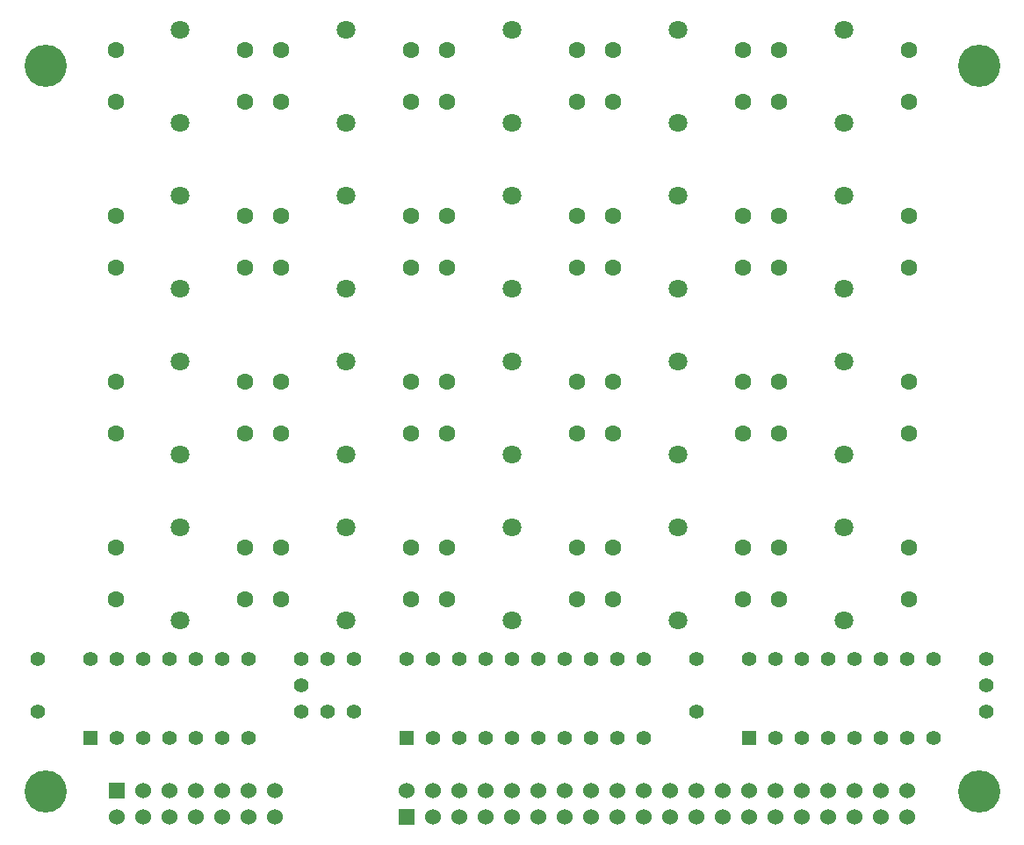
<source format=gbs>
G04 #@! TF.FileFunction,Soldermask,Bot*
%FSLAX46Y46*%
G04 Gerber Fmt 4.6, Leading zero omitted, Abs format (unit mm)*
G04 Created by KiCad (PCBNEW 4.0.7-e2-6376~58~ubuntu16.04.1) date Wed Jul 11 09:03:16 2018*
%MOMM*%
%LPD*%
G01*
G04 APERTURE LIST*
%ADD10C,0.150000*%
%ADD11R,1.524000X1.524000*%
%ADD12C,1.524000*%
%ADD13C,4.064000*%
%ADD14C,1.397000*%
%ADD15C,1.600000*%
%ADD16C,1.800000*%
%ADD17R,1.397000X1.397000*%
G04 APERTURE END LIST*
D10*
D11*
X142240000Y-128270000D03*
D12*
X142240000Y-125730000D03*
X144780000Y-128270000D03*
X144780000Y-125730000D03*
X147320000Y-128270000D03*
X147320000Y-125730000D03*
X149860000Y-128270000D03*
X149860000Y-125730000D03*
X152400000Y-128270000D03*
X152400000Y-125730000D03*
X154940000Y-128270000D03*
X154940000Y-125730000D03*
X157480000Y-128270000D03*
X157480000Y-125730000D03*
X160020000Y-128270000D03*
X160020000Y-125730000D03*
X162560000Y-128270000D03*
X162560000Y-125730000D03*
X165100000Y-128270000D03*
X165100000Y-125730000D03*
X167640000Y-128270000D03*
X167640000Y-125730000D03*
X170180000Y-128270000D03*
X170180000Y-125730000D03*
X172720000Y-128270000D03*
X172720000Y-125730000D03*
X175260000Y-125730000D03*
X175260000Y-128270000D03*
X177800000Y-125730000D03*
X177800000Y-128270000D03*
X180340000Y-128270000D03*
X180340000Y-125730000D03*
X182880000Y-128270000D03*
X182880000Y-125730000D03*
X185420000Y-128270000D03*
X185420000Y-125730000D03*
X187960000Y-128270000D03*
X187960000Y-125730000D03*
X190500000Y-128270000D03*
X190500000Y-125730000D03*
D13*
X197400000Y-125800000D03*
X107400000Y-125800000D03*
X197400000Y-55800000D03*
X107400000Y-55800000D03*
D14*
X137160000Y-113030000D03*
X137160000Y-118110000D03*
X170180000Y-113030000D03*
X170180000Y-118110000D03*
X106680000Y-113030000D03*
X106680000Y-118110000D03*
X134620000Y-118110000D03*
X134620000Y-113030000D03*
X132080000Y-115570000D03*
X132080000Y-118110000D03*
X132080000Y-113030000D03*
X198120000Y-115570000D03*
X198120000Y-118110000D03*
X198120000Y-113030000D03*
D11*
X114300000Y-125730000D03*
D12*
X114300000Y-128270000D03*
X116840000Y-125730000D03*
X116840000Y-128270000D03*
X119380000Y-125730000D03*
X119380000Y-128270000D03*
X121920000Y-125730000D03*
X121920000Y-128270000D03*
X124460000Y-125730000D03*
X124460000Y-128270000D03*
X127000000Y-125730000D03*
X127000000Y-128270000D03*
X129540000Y-125730000D03*
X129540000Y-128270000D03*
D15*
X190650000Y-54300000D03*
X190650000Y-59300000D03*
X178150000Y-54300000D03*
X178150000Y-59300000D03*
D16*
X184400000Y-61300000D03*
X184400000Y-52300000D03*
D15*
X190650000Y-70300000D03*
X190650000Y-75300000D03*
X178150000Y-70300000D03*
X178150000Y-75300000D03*
D16*
X184400000Y-77300000D03*
X184400000Y-68300000D03*
D15*
X174650000Y-70300000D03*
X174650000Y-75300000D03*
X162150000Y-70300000D03*
X162150000Y-75300000D03*
D16*
X168400000Y-77300000D03*
X168400000Y-68300000D03*
D15*
X158650000Y-70300000D03*
X158650000Y-75300000D03*
X146150000Y-70300000D03*
X146150000Y-75300000D03*
D16*
X152400000Y-77300000D03*
X152400000Y-68300000D03*
D15*
X190650000Y-86300000D03*
X190650000Y-91300000D03*
X178150000Y-86300000D03*
X178150000Y-91300000D03*
D16*
X184400000Y-93300000D03*
X184400000Y-84300000D03*
D15*
X174650000Y-86300000D03*
X174650000Y-91300000D03*
X162150000Y-86300000D03*
X162150000Y-91300000D03*
D16*
X168400000Y-93300000D03*
X168400000Y-84300000D03*
D15*
X158650000Y-86300000D03*
X158650000Y-91300000D03*
X146150000Y-86300000D03*
X146150000Y-91300000D03*
D16*
X152400000Y-93300000D03*
X152400000Y-84300000D03*
D15*
X190650000Y-102300000D03*
X190650000Y-107300000D03*
X178150000Y-102300000D03*
X178150000Y-107300000D03*
D16*
X184400000Y-109300000D03*
X184400000Y-100300000D03*
D15*
X174650000Y-102300000D03*
X174650000Y-107300000D03*
X162150000Y-102300000D03*
X162150000Y-107300000D03*
D16*
X168400000Y-109300000D03*
X168400000Y-100300000D03*
D15*
X158650000Y-102300000D03*
X158650000Y-107300000D03*
X146150000Y-102300000D03*
X146150000Y-107300000D03*
D16*
X152400000Y-109300000D03*
X152400000Y-100300000D03*
D15*
X142650000Y-102300000D03*
X142650000Y-107300000D03*
X130150000Y-102300000D03*
X130150000Y-107300000D03*
D16*
X136400000Y-109300000D03*
X136400000Y-100300000D03*
D15*
X142650000Y-86300000D03*
X142650000Y-91300000D03*
X130150000Y-86300000D03*
X130150000Y-91300000D03*
D16*
X136400000Y-93300000D03*
X136400000Y-84300000D03*
D15*
X142650000Y-70300000D03*
X142650000Y-75300000D03*
X130150000Y-70300000D03*
X130150000Y-75300000D03*
D16*
X136400000Y-77300000D03*
X136400000Y-68300000D03*
D15*
X142650000Y-54300000D03*
X142650000Y-59300000D03*
X130150000Y-54300000D03*
X130150000Y-59300000D03*
D16*
X136400000Y-61300000D03*
X136400000Y-52300000D03*
D15*
X158650000Y-54300000D03*
X158650000Y-59300000D03*
X146150000Y-54300000D03*
X146150000Y-59300000D03*
D16*
X152400000Y-61300000D03*
X152400000Y-52300000D03*
D15*
X174650000Y-54300000D03*
X174650000Y-59300000D03*
X162150000Y-54300000D03*
X162150000Y-59300000D03*
D16*
X168400000Y-61300000D03*
X168400000Y-52300000D03*
D15*
X126650000Y-102300000D03*
X126650000Y-107300000D03*
X114150000Y-102300000D03*
X114150000Y-107300000D03*
D16*
X120400000Y-109300000D03*
X120400000Y-100300000D03*
D15*
X126650000Y-86300000D03*
X126650000Y-91300000D03*
X114150000Y-86300000D03*
X114150000Y-91300000D03*
D16*
X120400000Y-93300000D03*
X120400000Y-84300000D03*
D15*
X126650000Y-70300000D03*
X126650000Y-75300000D03*
X114150000Y-70300000D03*
X114150000Y-75300000D03*
D16*
X120400000Y-77300000D03*
X120400000Y-68300000D03*
D15*
X126650000Y-54300000D03*
X126650000Y-59300000D03*
X114150000Y-54300000D03*
X114150000Y-59300000D03*
D16*
X120400000Y-61300000D03*
X120400000Y-52300000D03*
D17*
X142240000Y-120650000D03*
D14*
X144780000Y-120650000D03*
X147320000Y-120650000D03*
X149860000Y-120650000D03*
X152400000Y-120650000D03*
X154940000Y-120650000D03*
X157480000Y-120650000D03*
X160020000Y-120650000D03*
X162560000Y-120650000D03*
X165100000Y-120650000D03*
X165100000Y-113030000D03*
X162560000Y-113030000D03*
X160020000Y-113030000D03*
X157480000Y-113030000D03*
X154940000Y-113030000D03*
X152400000Y-113030000D03*
X149860000Y-113030000D03*
X147320000Y-113030000D03*
X144780000Y-113030000D03*
X142240000Y-113030000D03*
D17*
X175260000Y-120650000D03*
D14*
X177800000Y-120650000D03*
X180340000Y-120650000D03*
X182880000Y-120650000D03*
X185420000Y-120650000D03*
X187960000Y-120650000D03*
X190500000Y-120650000D03*
X193040000Y-120650000D03*
X193040000Y-113030000D03*
X190500000Y-113030000D03*
X187960000Y-113030000D03*
X185420000Y-113030000D03*
X182880000Y-113030000D03*
X180340000Y-113030000D03*
X177800000Y-113030000D03*
X175260000Y-113030000D03*
D17*
X111760000Y-120650000D03*
D14*
X114300000Y-120650000D03*
X116840000Y-120650000D03*
X119380000Y-120650000D03*
X121920000Y-120650000D03*
X124460000Y-120650000D03*
X127000000Y-120650000D03*
X127000000Y-113030000D03*
X124460000Y-113030000D03*
X121920000Y-113030000D03*
X119380000Y-113030000D03*
X116840000Y-113030000D03*
X114300000Y-113030000D03*
X111760000Y-113030000D03*
M02*

</source>
